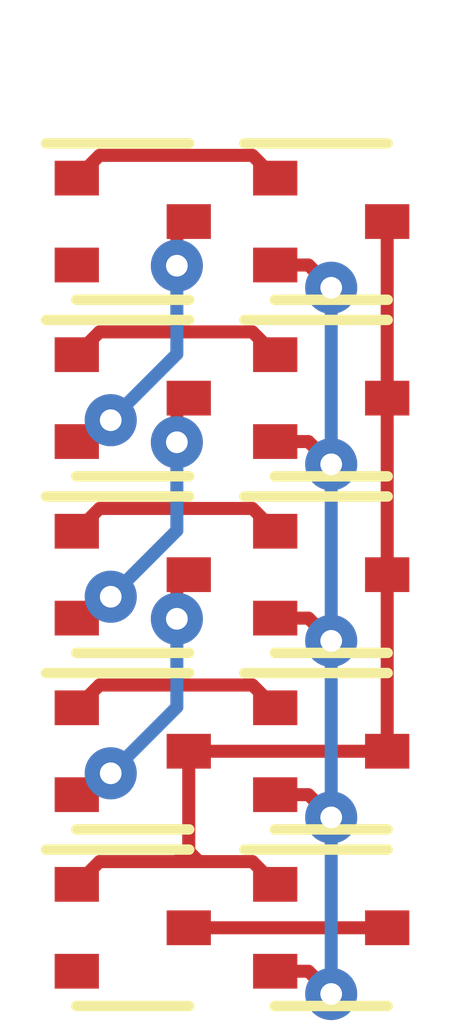
<source format=kicad_pcb>
(kicad_pcb (version 20211014) (generator pcbnew)
  (layers (0 "F.Cu" signal) (31 "B.Cu" signal) (34 "B.Paste" user) (35 "F.Paste" user) (36 "B.SilkS" user "B.Silkscreen") (37 "F.SilkS" user "F.Silkscreen") (38 "B.Mask" user) (39 "F.Mask" user) (44 "Edge.Cuts" user))
  (net 0 "")
  (net 1 "A")
  (net 2 "inter")
  (net 3 "VCC")
  (net 4 "B")
  (net 5 "C")
  (net 6 "D")
  (net 7 "GND")
  (net 8 "OUT")
  (net 9 "Net-(N1-Pad2)")
  (net 10 "Net-(N3-Pad2)")
  (net 11 "Net-(N2-Pad2)")
  (footprint "Package_TO_SOT_SMD:SOT-523" (layer "F.Cu") (at 125.222 92.202)
    (fp_text reference "P4" hide)
    (fp_text value "C5148641" hide)
    (fp_line (start 0.65 0.9) (end -0.65 0.9) (layer "F.SilkS") (width 0.12))
    (fp_line (start -1 -0.9) (end 0.65 -0.9) (layer "F.SilkS") (width 0.12))
    (pad "1" smd rect (at -0.645 -0.5 180) (size 0.51 0.4) (layers "F.Cu" "F.Paste" "F.Mask") (net 6 "D"))
    (pad "2" smd rect (at -0.645 0.5 180) (size 0.51 0.4) (layers "F.Cu" "F.Paste" "F.Mask") (net 3 "VCC"))
    (pad "3" smd rect (at 0.645 0 180) (size 0.51 0.4) (layers "F.Cu" "F.Paste" "F.Mask") (net 2 "inter"))
  )
  (footprint "Package_TO_SOT_SMD:SOT-523" (layer "F.Cu") (at 122.936 96.266)
    (fp_text reference "N2" hide)
    (fp_text value "C2879716" hide)
    (fp_line (start -1 -0.9) (end 0.65 -0.9) (layer "F.SilkS") (width 0.12))
    (fp_line (start 0.65 0.9) (end -0.65 0.9) (layer "F.SilkS") (width 0.12))
    (pad "1" smd rect (at -0.645 -0.5 180) (size 0.51 0.4) (layers "F.Cu" "F.Paste" "F.Mask") (net 4 "B"))
    (pad "2" smd rect (at -0.645 0.5 180) (size 0.51 0.4) (layers "F.Cu" "F.Paste" "F.Mask") (net 11 "Net-(N2-Pad2)"))
    (pad "3" smd rect (at 0.645 0 180) (size 0.51 0.4) (layers "F.Cu" "F.Paste" "F.Mask") (net 9 "Net-(N1-Pad2)"))
  )
  (footprint "Package_TO_SOT_SMD:SOT-523" (layer "F.Cu") (at 125.222 98.298)
    (fp_text reference "P1" hide)
    (fp_text value "C5148641" hide)
    (fp_line (start 0.65 0.9) (end -0.65 0.9) (layer "F.SilkS") (width 0.12))
    (fp_line (start -1 -0.9) (end 0.65 -0.9) (layer "F.SilkS") (width 0.12))
    (pad "1" smd rect (at -0.645 -0.5 180) (size 0.51 0.4) (layers "F.Cu" "F.Paste" "F.Mask") (net 1 "A"))
    (pad "2" smd rect (at -0.645 0.5 180) (size 0.51 0.4) (layers "F.Cu" "F.Paste" "F.Mask") (net 3 "VCC"))
    (pad "3" smd rect (at 0.645 0 180) (size 0.51 0.4) (layers "F.Cu" "F.Paste" "F.Mask") (net 2 "inter"))
  )
  (footprint "Package_TO_SOT_SMD:SOT-523" (layer "F.Cu") (at 125.222 100.33)
    (fp_text reference "P5" hide)
    (fp_text value "C5148641" hide)
    (fp_line (start 0.65 0.9) (end -0.65 0.9) (layer "F.SilkS") (width 0.12))
    (fp_line (start -1 -0.9) (end 0.65 -0.9) (layer "F.SilkS") (width 0.12))
    (pad "1" smd rect (at -0.645 -0.5 180) (size 0.51 0.4) (layers "F.Cu" "F.Paste" "F.Mask") (net 2 "inter"))
    (pad "2" smd rect (at -0.645 0.5 180) (size 0.51 0.4) (layers "F.Cu" "F.Paste" "F.Mask") (net 3 "VCC"))
    (pad "3" smd rect (at 0.645 0 180) (size 0.51 0.4) (layers "F.Cu" "F.Paste" "F.Mask") (net 8 "OUT"))
  )
  (footprint "Package_TO_SOT_SMD:SOT-523" (layer "F.Cu") (at 122.936 98.298)
    (fp_text reference "N1" hide)
    (fp_text value "C2879716" hide)
    (fp_line (start 0.65 0.9) (end -0.65 0.9) (layer "F.SilkS") (width 0.12))
    (fp_line (start -1 -0.9) (end 0.65 -0.9) (layer "F.SilkS") (width 0.12))
    (pad "1" smd rect (at -0.645 -0.5 180) (size 0.51 0.4) (layers "F.Cu" "F.Paste" "F.Mask") (net 1 "A"))
    (pad "2" smd rect (at -0.645 0.5 180) (size 0.51 0.4) (layers "F.Cu" "F.Paste" "F.Mask") (net 9 "Net-(N1-Pad2)"))
    (pad "3" smd rect (at 0.645 0 180) (size 0.51 0.4) (layers "F.Cu" "F.Paste" "F.Mask") (net 2 "inter"))
  )
  (footprint "Package_TO_SOT_SMD:SOT-523" (layer "F.Cu") (at 125.222 96.266)
    (fp_text reference "P2" hide)
    (fp_text value "C5148641" hide)
    (fp_line (start 0.65 0.9) (end -0.65 0.9) (layer "F.SilkS") (width 0.12))
    (fp_line (start -1 -0.9) (end 0.65 -0.9) (layer "F.SilkS") (width 0.12))
    (pad "1" smd rect (at -0.645 -0.5 180) (size 0.51 0.4) (layers "F.Cu" "F.Paste" "F.Mask") (net 4 "B"))
    (pad "2" smd rect (at -0.645 0.5 180) (size 0.51 0.4) (layers "F.Cu" "F.Paste" "F.Mask") (net 3 "VCC"))
    (pad "3" smd rect (at 0.645 0 180) (size 0.51 0.4) (layers "F.Cu" "F.Paste" "F.Mask") (net 2 "inter"))
  )
  (footprint "Package_TO_SOT_SMD:SOT-523" (layer "F.Cu") (at 122.936 94.234)
    (fp_text reference "N3" hide)
    (fp_text value "C2879716" hide)
    (fp_line (start 0.65 0.9) (end -0.65 0.9) (layer "F.SilkS") (width 0.12))
    (fp_line (start -1 -0.9) (end 0.65 -0.9) (layer "F.SilkS") (width 0.12))
    (pad "1" smd rect (at -0.645 -0.5 180) (size 0.51 0.4) (layers "F.Cu" "F.Paste" "F.Mask") (net 5 "C"))
    (pad "2" smd rect (at -0.645 0.5 180) (size 0.51 0.4) (layers "F.Cu" "F.Paste" "F.Mask") (net 10 "Net-(N3-Pad2)"))
    (pad "3" smd rect (at 0.645 0 180) (size 0.51 0.4) (layers "F.Cu" "F.Paste" "F.Mask") (net 11 "Net-(N2-Pad2)"))
  )
  (footprint "Package_TO_SOT_SMD:SOT-523" (layer "F.Cu") (at 122.936 92.202)
    (fp_text reference "N4" hide)
    (fp_text value "C2879716" hide)
    (fp_line (start 0.65 0.9) (end -0.65 0.9) (layer "F.SilkS") (width 0.12))
    (fp_line (start -1 -0.9) (end 0.65 -0.9) (layer "F.SilkS") (width 0.12))
    (pad "1" smd rect (at -0.645 -0.5 180) (size 0.51 0.4) (layers "F.Cu" "F.Paste" "F.Mask") (net 6 "D"))
    (pad "2" smd rect (at -0.645 0.5 180) (size 0.51 0.4) (layers "F.Cu" "F.Paste" "F.Mask") (net 7 "GND"))
    (pad "3" smd rect (at 0.645 0 180) (size 0.51 0.4) (layers "F.Cu" "F.Paste" "F.Mask") (net 10 "Net-(N3-Pad2)"))
  )
  (footprint "Package_TO_SOT_SMD:SOT-523" (layer "F.Cu") (at 125.222 94.234)
    (fp_text reference "P3" hide)
    (fp_text value "C5148641" hide)
    (fp_line (start -1 -0.9) (end 0.65 -0.9) (layer "F.SilkS") (width 0.12))
    (fp_line (start 0.65 0.9) (end -0.65 0.9) (layer "F.SilkS") (width 0.12))
    (pad "1" smd rect (at -0.645 -0.5 180) (size 0.51 0.4) (layers "F.Cu" "F.Paste" "F.Mask") (net 5 "C"))
    (pad "2" smd rect (at -0.645 0.5 180) (size 0.51 0.4) (layers "F.Cu" "F.Paste" "F.Mask") (net 3 "VCC"))
    (pad "3" smd rect (at 0.645 0 180) (size 0.51 0.4) (layers "F.Cu" "F.Paste" "F.Mask") (net 2 "inter"))
  )
  (footprint "Package_TO_SOT_SMD:SOT-523" (layer "F.Cu") (at 122.936 100.33)
    (fp_text reference "N5" hide)
    (fp_text value "C2879716" hide)
    (fp_line (start 0.65 0.9) (end -0.65 0.9) (layer "F.SilkS") (width 0.12))
    (fp_line (start -1 -0.9) (end 0.65 -0.9) (layer "F.SilkS") (width 0.12))
    (pad "1" smd rect (at -0.645 -0.5 180) (size 0.51 0.4) (layers "F.Cu" "F.Paste" "F.Mask") (net 2 "inter"))
    (pad "2" smd rect (at -0.645 0.5 180) (size 0.51 0.4) (layers "F.Cu" "F.Paste" "F.Mask") (net 7 "GND"))
    (pad "3" smd rect (at 0.645 0 180) (size 0.51 0.4) (layers "F.Cu" "F.Paste" "F.Mask") (net 8 "OUT"))
  )
  (segment (start 124.315 97.536) (end 124.577 97.798) (width 0.15) (layer "F.Cu") (net 1))
  (segment (start 122.291 97.798) (end 122.553 97.536) (width 0.15) (layer "F.Cu") (net 1))
  (segment (start 122.553 97.536) (end 124.315 97.536) (width 0.15) (layer "F.Cu") (net 1))
  (segment (start 123.581 99.451) (end 123.698 99.568) (width 0.15) (layer "F.Cu") (net 2))
  (segment (start 123.698 99.568) (end 123.444 99.568) (width 0.15) (layer "F.Cu") (net 2))
  (segment (start 125.867 92.202) (end 125.867 98.298) (width 0.15) (layer "F.Cu") (net 2))
  (segment (start 123.581 98.298) (end 123.581 99.431) (width 0.15) (layer "F.Cu") (net 2))
  (segment (start 125.867 98.298) (end 123.581 98.298) (width 0.15) (layer "F.Cu") (net 2))
  (segment (start 124.315 99.568) (end 123.698 99.568) (width 0.15) (layer "F.Cu") (net 2))
  (segment (start 123.581 98.298) (end 123.581 99.451) (width 0.15) (layer "F.Cu") (net 2))
  (segment (start 123.444 99.568) (end 122.553 99.568) (width 0.15) (layer "F.Cu") (net 2))
  (segment (start 122.553 99.568) (end 122.291 99.83) (width 0.15) (layer "F.Cu") (net 2))
  (segment (start 123.581 99.431) (end 123.444 99.568) (width 0.15) (layer "F.Cu") (net 2))
  (segment (start 124.577 99.83) (end 124.315 99.568) (width 0.15) (layer "F.Cu") (net 2))
  (segment (start 124.96 92.702) (end 125.222 92.964) (width 0.15) (layer "F.Cu") (net 3))
  (segment (start 124.96 98.798) (end 125.222 99.06) (width 0.15) (layer "F.Cu") (net 3))
  (segment (start 124.96 100.83) (end 125.222 101.092) (width 0.15) (layer "F.Cu") (net 3))
  (segment (start 124.577 100.83) (end 124.96 100.83) (width 0.15) (layer "F.Cu") (net 3))
  (segment (start 124.96 94.734) (end 125.222 94.996) (width 0.15) (layer "F.Cu") (net 3))
  (segment (start 124.96 96.766) (end 125.222 97.028) (width 0.15) (layer "F.Cu") (net 3))
  (segment (start 124.577 92.702) (end 124.96 92.702) (width 0.15) (layer "F.Cu") (net 3))
  (segment (start 124.577 94.734) (end 124.96 94.734) (width 0.15) (layer "F.Cu") (net 3))
  (segment (start 124.577 96.766) (end 124.96 96.766) (width 0.15) (layer "F.Cu") (net 3))
  (segment (start 124.577 98.798) (end 124.96 98.798) (width 0.15) (layer "F.Cu") (net 3))
  (via (at 125.222 99.06) (size 0.6) (drill 0.25) (layers "F.Cu" "B.Cu") (net 3))
  (via (at 125.222 92.964) (size 0.6) (drill 0.25) (layers "F.Cu" "B.Cu") (net 3))
  (via (at 125.222 97.028) (size 0.6) (drill 0.25) (layers "F.Cu" "B.Cu") (net 3))
  (via (at 125.222 94.996) (size 0.6) (drill 0.25) (layers "F.Cu" "B.Cu") (net 3))
  (via (at 125.222 101.092) (size 0.6) (drill 0.25) (layers "F.Cu" "B.Cu") (net 3))
  (segment (start 125.222 92.964) (end 125.222 101.092) (width 0.15) (layer "B.Cu") (net 3))
  (segment (start 124.315 95.504) (end 122.553 95.504) (width 0.15) (layer "F.Cu") (net 4))
  (segment (start 122.553 95.504) (end 122.291 95.766) (width 0.15) (layer "F.Cu") (net 4))
  (segment (start 124.577 95.766) (end 124.315 95.504) (width 0.15) (layer "F.Cu") (net 4))
  (segment (start 122.553 93.472) (end 124.315 93.472) (width 0.15) (layer "F.Cu") (net 5))
  (segment (start 122.291 93.734) (end 122.553 93.472) (width 0.15) (layer "F.Cu") (net 5))
  (segment (start 124.315 93.472) (end 124.577 93.734) (width 0.15) (layer "F.Cu") (net 5))
  (segment (start 122.553 91.44) (end 122.291 91.702) (width 0.15) (layer "F.Cu") (net 6))
  (segment (start 124.577 91.702) (end 124.315 91.44) (width 0.15) (layer "F.Cu") (net 6))
  (segment (start 124.315 91.44) (end 122.553 91.44) (width 0.15) (layer "F.Cu") (net 6))
  (segment (start 123.581 100.33) (end 125.867 100.33) (width 0.15) (layer "F.Cu") (net 8))
  (segment (start 122.436 98.798) (end 122.682 98.552) (width 0.15) (layer "F.Cu") (net 9))
  (segment (start 122.291 98.798) (end 122.436 98.798) (width 0.15) (layer "F.Cu") (net 9))
  (segment (start 123.444 96.403) (end 123.581 96.266) (width 0.15) (layer "F.Cu") (net 9))
  (segment (start 123.444 96.774) (end 123.444 96.403) (width 0.15) (layer "F.Cu") (net 9))
  (via (at 122.682 98.552) (size 0.6) (drill 0.25) (layers "F.Cu" "B.Cu") (net 9))
  (via (at 123.444 96.774) (size 0.6) (drill 0.25) (layers "F.Cu" "B.Cu") (net 9))
  (segment (start 123.444 97.79) (end 123.444 96.774) (width 0.15) (layer "B.Cu") (net 9))
  (segment (start 122.682 98.552) (end 123.444 97.79) (width 0.15) (layer "B.Cu") (net 9))
  (segment (start 123.444 92.71) (end 123.444 92.339) (width 0.15) (layer "F.Cu") (net 10))
  (segment (start 122.291 94.734) (end 122.436 94.734) (width 0.15) (layer "F.Cu") (net 10))
  (segment (start 122.436 94.734) (end 122.682 94.488) (width 0.15) (layer "F.Cu") (net 10))
  (segment (start 123.444 92.339) (end 123.581 92.202) (width 0.15) (layer "F.Cu") (net 10))
  (via (at 123.444 92.71) (size 0.6) (drill 0.25) (layers "F.Cu" "B.Cu") (net 10))
  (via (at 122.682 94.488) (size 0.6) (drill 0.25) (layers "F.Cu" "B.Cu") (net 10))
  (segment (start 123.444 93.726) (end 123.444 92.71) (width 0.15) (layer "B.Cu") (net 10))
  (segment (start 122.682 94.488) (end 123.444 93.726) (width 0.15) (layer "B.Cu") (net 10))
  (segment (start 123.444 94.371) (end 123.581 94.234) (width 0.15) (layer "F.Cu") (net 11))
  (segment (start 122.436 96.766) (end 122.682 96.52) (width 0.15) (layer "F.Cu") (net 11))
  (segment (start 122.291 96.766) (end 122.436 96.766) (width 0.15) (layer "F.Cu") (net 11))
  (segment (start 123.444 94.742) (end 123.444 94.371) (width 0.15) (layer "F.Cu") (net 11))
  (via (at 123.444 94.742) (size 0.6) (drill 0.25) (layers "F.Cu" "B.Cu") (net 11))
  (via (at 122.682 96.52) (size 0.6) (drill 0.25) (layers "F.Cu" "B.Cu") (net 11))
  (segment (start 122.682 96.52) (end 123.444 95.758) (width 0.15) (layer "B.Cu") (net 11))
  (segment (start 123.444 95.758) (end 123.444 94.742) (width 0.15) (layer "B.Cu") (net 11))
)
</source>
